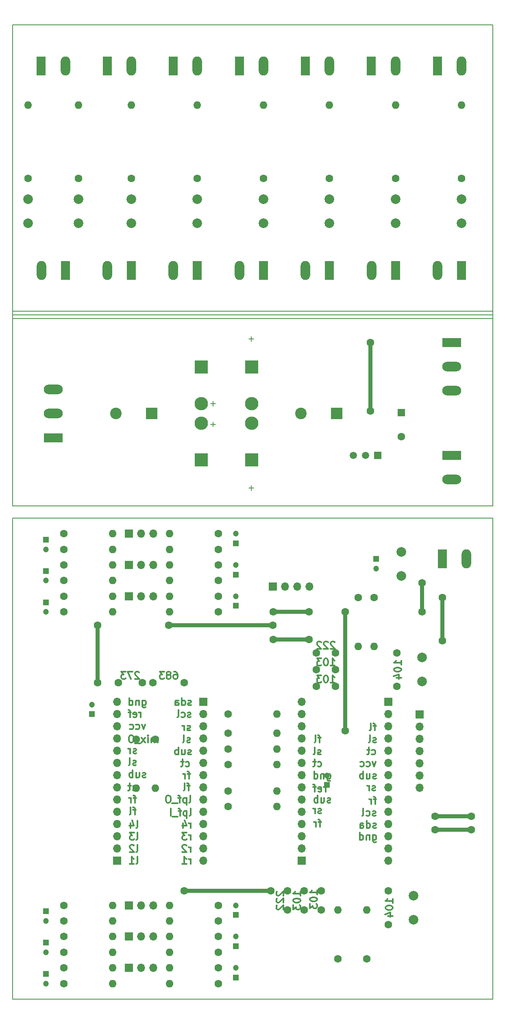
<source format=gbr>
%TF.GenerationSoftware,KiCad,Pcbnew,(6.0.9)*%
%TF.CreationDate,2022-12-30T20:19:07-03:00*%
%TF.ProjectId,Controller - Power Supply - Outputs,436f6e74-726f-46c6-9c65-72202d20506f,rev?*%
%TF.SameCoordinates,Original*%
%TF.FileFunction,Copper,L2,Bot*%
%TF.FilePolarity,Positive*%
%FSLAX46Y46*%
G04 Gerber Fmt 4.6, Leading zero omitted, Abs format (unit mm)*
G04 Created by KiCad (PCBNEW (6.0.9)) date 2022-12-30 20:19:07*
%MOMM*%
%LPD*%
G01*
G04 APERTURE LIST*
%TA.AperFunction,NonConductor*%
%ADD10C,0.200000*%
%TD*%
%ADD11C,0.300000*%
%TA.AperFunction,NonConductor*%
%ADD12C,0.300000*%
%TD*%
%TA.AperFunction,ComponentPad*%
%ADD13R,1.200000X1.200000*%
%TD*%
%TA.AperFunction,ComponentPad*%
%ADD14C,1.200000*%
%TD*%
%TA.AperFunction,ComponentPad*%
%ADD15R,1.600000X1.600000*%
%TD*%
%TA.AperFunction,ComponentPad*%
%ADD16C,1.600000*%
%TD*%
%TA.AperFunction,ComponentPad*%
%ADD17R,3.960000X1.980000*%
%TD*%
%TA.AperFunction,ComponentPad*%
%ADD18O,3.960000X1.980000*%
%TD*%
%TA.AperFunction,ComponentPad*%
%ADD19O,1.600000X1.600000*%
%TD*%
%TA.AperFunction,ComponentPad*%
%ADD20R,2.800000X2.800000*%
%TD*%
%TA.AperFunction,ComponentPad*%
%ADD21O,2.800000X2.800000*%
%TD*%
%TA.AperFunction,ComponentPad*%
%ADD22R,1.980000X3.960000*%
%TD*%
%TA.AperFunction,ComponentPad*%
%ADD23O,1.980000X3.960000*%
%TD*%
%TA.AperFunction,ComponentPad*%
%ADD24R,1.700000X1.700000*%
%TD*%
%TA.AperFunction,ComponentPad*%
%ADD25O,1.700000X1.700000*%
%TD*%
%TA.AperFunction,ComponentPad*%
%ADD26C,2.000000*%
%TD*%
%TA.AperFunction,ComponentPad*%
%ADD27R,1.500000X1.500000*%
%TD*%
%TA.AperFunction,ComponentPad*%
%ADD28C,1.500000*%
%TD*%
%TA.AperFunction,ComponentPad*%
%ADD29R,2.400000X2.400000*%
%TD*%
%TA.AperFunction,ComponentPad*%
%ADD30C,2.400000*%
%TD*%
%TA.AperFunction,ViaPad*%
%ADD31C,1.600000*%
%TD*%
%TA.AperFunction,Conductor*%
%ADD32C,0.850000*%
%TD*%
G04 APERTURE END LIST*
D10*
X105000000Y-128500000D02*
X105000000Y-127500000D01*
X155250000Y-91250000D02*
X55250000Y-91250000D01*
X97000000Y-111000000D02*
X97000000Y-110000000D01*
X105000000Y-97500000D02*
X105000000Y-96500000D01*
X97000000Y-115250000D02*
X97000000Y-114250000D01*
X155250000Y-92750000D02*
X55250000Y-92750000D01*
X96500000Y-114750000D02*
X97500000Y-114750000D01*
X55250000Y-134250000D02*
X155250000Y-134250000D01*
X155250000Y-134250000D02*
X155250000Y-234250000D01*
X155250000Y-234250000D02*
X55250000Y-234250000D01*
X55250000Y-234250000D02*
X55250000Y-134250000D01*
X104500000Y-97000000D02*
X105500000Y-97000000D01*
X155250000Y-92000000D02*
X55250000Y-92000000D01*
X96500000Y-110500000D02*
X97500000Y-110500000D01*
X55250000Y-31750000D02*
X155250000Y-31750000D01*
X155250000Y-31750000D02*
X155250000Y-131750000D01*
X155250000Y-131750000D02*
X55250000Y-131750000D01*
X55250000Y-131750000D02*
X55250000Y-31750000D01*
X104500000Y-128000000D02*
X105500000Y-128000000D01*
D11*
D12*
X81928571Y-175658571D02*
X81928571Y-174658571D01*
X81928571Y-174944285D02*
X81857142Y-174801428D01*
X81785714Y-174730000D01*
X81642857Y-174658571D01*
X81500000Y-174658571D01*
X80428571Y-175587142D02*
X80571428Y-175658571D01*
X80857142Y-175658571D01*
X81000000Y-175587142D01*
X81071428Y-175444285D01*
X81071428Y-174872857D01*
X81000000Y-174730000D01*
X80857142Y-174658571D01*
X80571428Y-174658571D01*
X80428571Y-174730000D01*
X80357142Y-174872857D01*
X80357142Y-175015714D01*
X81071428Y-175158571D01*
X79928571Y-174658571D02*
X79357142Y-174658571D01*
X79714285Y-175658571D02*
X79714285Y-174372857D01*
X79642857Y-174230000D01*
X79500000Y-174158571D01*
X79357142Y-174158571D01*
D11*
D12*
X85464285Y-180908571D02*
X85464285Y-179908571D01*
X85464285Y-180051428D02*
X85392857Y-179980000D01*
X85250000Y-179908571D01*
X85035714Y-179908571D01*
X84892857Y-179980000D01*
X84821428Y-180122857D01*
X84821428Y-180908571D01*
X84821428Y-180122857D02*
X84750000Y-179980000D01*
X84607142Y-179908571D01*
X84392857Y-179908571D01*
X84250000Y-179980000D01*
X84178571Y-180122857D01*
X84178571Y-180908571D01*
X83464285Y-180908571D02*
X83464285Y-179908571D01*
X83464285Y-179408571D02*
X83535714Y-179480000D01*
X83464285Y-179551428D01*
X83392857Y-179480000D01*
X83464285Y-179408571D01*
X83464285Y-179551428D01*
X82892857Y-180908571D02*
X82107142Y-179908571D01*
X82892857Y-179908571D02*
X82107142Y-180908571D01*
X81892857Y-181051428D02*
X80750000Y-181051428D01*
X80107142Y-179408571D02*
X79821428Y-179408571D01*
X79678571Y-179480000D01*
X79535714Y-179622857D01*
X79464285Y-179908571D01*
X79464285Y-180408571D01*
X79535714Y-180694285D01*
X79678571Y-180837142D01*
X79821428Y-180908571D01*
X80107142Y-180908571D01*
X80250000Y-180837142D01*
X80392857Y-180694285D01*
X80464285Y-180408571D01*
X80464285Y-179908571D01*
X80392857Y-179622857D01*
X80250000Y-179480000D01*
X80107142Y-179408571D01*
D11*
D12*
X92035714Y-193408571D02*
X92178571Y-193337142D01*
X92250000Y-193194285D01*
X92250000Y-191908571D01*
X91464285Y-192408571D02*
X91464285Y-193908571D01*
X91464285Y-192480000D02*
X91321428Y-192408571D01*
X91035714Y-192408571D01*
X90892857Y-192480000D01*
X90821428Y-192551428D01*
X90750000Y-192694285D01*
X90750000Y-193122857D01*
X90821428Y-193265714D01*
X90892857Y-193337142D01*
X91035714Y-193408571D01*
X91321428Y-193408571D01*
X91464285Y-193337142D01*
X90321428Y-192408571D02*
X89750000Y-192408571D01*
X90107142Y-193408571D02*
X90107142Y-192122857D01*
X90035714Y-191980000D01*
X89892857Y-191908571D01*
X89750000Y-191908571D01*
X89607142Y-193551428D02*
X88464285Y-193551428D01*
X87821428Y-191908571D02*
X87535714Y-191908571D01*
X87392857Y-191980000D01*
X87250000Y-192122857D01*
X87178571Y-192408571D01*
X87178571Y-192908571D01*
X87250000Y-193194285D01*
X87392857Y-193337142D01*
X87535714Y-193408571D01*
X87821428Y-193408571D01*
X87964285Y-193337142D01*
X88107142Y-193194285D01*
X88178571Y-192908571D01*
X88178571Y-192408571D01*
X88107142Y-192122857D01*
X87964285Y-191980000D01*
X87821428Y-191908571D01*
D11*
D12*
X130964285Y-180837142D02*
X130821428Y-180908571D01*
X130535714Y-180908571D01*
X130392857Y-180837142D01*
X130321428Y-180694285D01*
X130321428Y-180622857D01*
X130392857Y-180480000D01*
X130535714Y-180408571D01*
X130750000Y-180408571D01*
X130892857Y-180337142D01*
X130964285Y-180194285D01*
X130964285Y-180122857D01*
X130892857Y-179980000D01*
X130750000Y-179908571D01*
X130535714Y-179908571D01*
X130392857Y-179980000D01*
X129464285Y-180908571D02*
X129607142Y-180837142D01*
X129678571Y-180694285D01*
X129678571Y-179408571D01*
D11*
D12*
X115178571Y-212750000D02*
X115178571Y-211892857D01*
X115178571Y-212321428D02*
X113678571Y-212321428D01*
X113892857Y-212178571D01*
X114035714Y-212035714D01*
X114107142Y-211892857D01*
X113678571Y-213678571D02*
X113678571Y-213821428D01*
X113750000Y-213964285D01*
X113821428Y-214035714D01*
X113964285Y-214107142D01*
X114250000Y-214178571D01*
X114607142Y-214178571D01*
X114892857Y-214107142D01*
X115035714Y-214035714D01*
X115107142Y-213964285D01*
X115178571Y-213821428D01*
X115178571Y-213678571D01*
X115107142Y-213535714D01*
X115035714Y-213464285D01*
X114892857Y-213392857D01*
X114607142Y-213321428D01*
X114250000Y-213321428D01*
X113964285Y-213392857D01*
X113821428Y-213464285D01*
X113750000Y-213535714D01*
X113678571Y-213678571D01*
X113678571Y-214678571D02*
X113678571Y-215607142D01*
X114250000Y-215107142D01*
X114250000Y-215321428D01*
X114321428Y-215464285D01*
X114392857Y-215535714D01*
X114535714Y-215607142D01*
X114892857Y-215607142D01*
X115035714Y-215535714D01*
X115107142Y-215464285D01*
X115178571Y-215321428D01*
X115178571Y-214892857D01*
X115107142Y-214750000D01*
X115035714Y-214678571D01*
D11*
D12*
X131000000Y-192658571D02*
X130428571Y-192658571D01*
X130785714Y-193658571D02*
X130785714Y-192372857D01*
X130714285Y-192230000D01*
X130571428Y-192158571D01*
X130428571Y-192158571D01*
X129928571Y-193658571D02*
X129928571Y-192658571D01*
X129928571Y-192944285D02*
X129857142Y-192801428D01*
X129785714Y-192730000D01*
X129642857Y-192658571D01*
X129500000Y-192658571D01*
D11*
D12*
X92214285Y-180837142D02*
X92071428Y-180908571D01*
X91785714Y-180908571D01*
X91642857Y-180837142D01*
X91571428Y-180694285D01*
X91571428Y-180622857D01*
X91642857Y-180480000D01*
X91785714Y-180408571D01*
X92000000Y-180408571D01*
X92142857Y-180337142D01*
X92214285Y-180194285D01*
X92214285Y-180122857D01*
X92142857Y-179980000D01*
X92000000Y-179908571D01*
X91785714Y-179908571D01*
X91642857Y-179980000D01*
X90714285Y-180908571D02*
X90857142Y-180837142D01*
X90928571Y-180694285D01*
X90928571Y-179408571D01*
D11*
D12*
X81035714Y-183087142D02*
X80892857Y-183158571D01*
X80607142Y-183158571D01*
X80464285Y-183087142D01*
X80392857Y-182944285D01*
X80392857Y-182872857D01*
X80464285Y-182730000D01*
X80607142Y-182658571D01*
X80821428Y-182658571D01*
X80964285Y-182587142D01*
X81035714Y-182444285D01*
X81035714Y-182372857D01*
X80964285Y-182230000D01*
X80821428Y-182158571D01*
X80607142Y-182158571D01*
X80464285Y-182230000D01*
X79750000Y-183158571D02*
X79750000Y-182158571D01*
X79750000Y-182444285D02*
X79678571Y-182301428D01*
X79607142Y-182230000D01*
X79464285Y-182158571D01*
X79321428Y-182158571D01*
D11*
D12*
X130892857Y-184908571D02*
X130535714Y-185908571D01*
X130178571Y-184908571D01*
X128964285Y-185837142D02*
X129107142Y-185908571D01*
X129392857Y-185908571D01*
X129535714Y-185837142D01*
X129607142Y-185765714D01*
X129678571Y-185622857D01*
X129678571Y-185194285D01*
X129607142Y-185051428D01*
X129535714Y-184980000D01*
X129392857Y-184908571D01*
X129107142Y-184908571D01*
X128964285Y-184980000D01*
X127678571Y-185837142D02*
X127821428Y-185908571D01*
X128107142Y-185908571D01*
X128250000Y-185837142D01*
X128321428Y-185765714D01*
X128392857Y-185622857D01*
X128392857Y-185194285D01*
X128321428Y-185051428D01*
X128250000Y-184980000D01*
X128107142Y-184908571D01*
X127821428Y-184908571D01*
X127678571Y-184980000D01*
D11*
D12*
X92107142Y-196158571D02*
X92250000Y-196087142D01*
X92321428Y-195944285D01*
X92321428Y-194658571D01*
X91535714Y-195158571D02*
X91535714Y-196658571D01*
X91535714Y-195230000D02*
X91392857Y-195158571D01*
X91107142Y-195158571D01*
X90964285Y-195230000D01*
X90892857Y-195301428D01*
X90821428Y-195444285D01*
X90821428Y-195872857D01*
X90892857Y-196015714D01*
X90964285Y-196087142D01*
X91107142Y-196158571D01*
X91392857Y-196158571D01*
X91535714Y-196087142D01*
X90392857Y-195158571D02*
X89821428Y-195158571D01*
X90178571Y-196158571D02*
X90178571Y-194872857D01*
X90107142Y-194730000D01*
X89964285Y-194658571D01*
X89821428Y-194658571D01*
X89678571Y-196301428D02*
X88535714Y-196301428D01*
X88178571Y-196158571D02*
X88178571Y-194658571D01*
D11*
D12*
X92321428Y-206158571D02*
X92321428Y-205158571D01*
X92321428Y-205444285D02*
X92250000Y-205301428D01*
X92178571Y-205230000D01*
X92035714Y-205158571D01*
X91892857Y-205158571D01*
X90607142Y-206158571D02*
X91464285Y-206158571D01*
X91035714Y-206158571D02*
X91035714Y-204658571D01*
X91178571Y-204872857D01*
X91321428Y-205015714D01*
X91464285Y-205087142D01*
D11*
D12*
X119535714Y-195587142D02*
X119392857Y-195658571D01*
X119107142Y-195658571D01*
X118964285Y-195587142D01*
X118892857Y-195444285D01*
X118892857Y-195372857D01*
X118964285Y-195230000D01*
X119107142Y-195158571D01*
X119321428Y-195158571D01*
X119464285Y-195087142D01*
X119535714Y-194944285D01*
X119535714Y-194872857D01*
X119464285Y-194730000D01*
X119321428Y-194658571D01*
X119107142Y-194658571D01*
X118964285Y-194730000D01*
X118250000Y-195658571D02*
X118250000Y-194658571D01*
X118250000Y-194944285D02*
X118178571Y-194801428D01*
X118107142Y-194730000D01*
X117964285Y-194658571D01*
X117821428Y-194658571D01*
D11*
D12*
X80321428Y-190837142D02*
X80464285Y-190908571D01*
X80750000Y-190908571D01*
X80892857Y-190837142D01*
X80964285Y-190765714D01*
X81035714Y-190622857D01*
X81035714Y-190194285D01*
X80964285Y-190051428D01*
X80892857Y-189980000D01*
X80750000Y-189908571D01*
X80464285Y-189908571D01*
X80321428Y-189980000D01*
X79892857Y-189908571D02*
X79321428Y-189908571D01*
X79678571Y-189408571D02*
X79678571Y-190694285D01*
X79607142Y-190837142D01*
X79464285Y-190908571D01*
X79321428Y-190908571D01*
D11*
D12*
X118821428Y-185837142D02*
X118964285Y-185908571D01*
X119250000Y-185908571D01*
X119392857Y-185837142D01*
X119464285Y-185765714D01*
X119535714Y-185622857D01*
X119535714Y-185194285D01*
X119464285Y-185051428D01*
X119392857Y-184980000D01*
X119250000Y-184908571D01*
X118964285Y-184908571D01*
X118821428Y-184980000D01*
X118392857Y-184908571D02*
X117821428Y-184908571D01*
X118178571Y-184408571D02*
X118178571Y-185694285D01*
X118107142Y-185837142D01*
X117964285Y-185908571D01*
X117821428Y-185908571D01*
D11*
D12*
X81035714Y-203658571D02*
X81178571Y-203587142D01*
X81250000Y-203444285D01*
X81250000Y-202158571D01*
X80535714Y-202301428D02*
X80464285Y-202230000D01*
X80321428Y-202158571D01*
X79964285Y-202158571D01*
X79821428Y-202230000D01*
X79750000Y-202301428D01*
X79678571Y-202444285D01*
X79678571Y-202587142D01*
X79750000Y-202801428D01*
X80607142Y-203658571D01*
X79678571Y-203658571D01*
D11*
D12*
X92321428Y-203658571D02*
X92321428Y-202658571D01*
X92321428Y-202944285D02*
X92250000Y-202801428D01*
X92178571Y-202730000D01*
X92035714Y-202658571D01*
X91892857Y-202658571D01*
X91464285Y-202301428D02*
X91392857Y-202230000D01*
X91250000Y-202158571D01*
X90892857Y-202158571D01*
X90750000Y-202230000D01*
X90678571Y-202301428D01*
X90607142Y-202444285D01*
X90607142Y-202587142D01*
X90678571Y-202801428D01*
X91535714Y-203658571D01*
X90607142Y-203658571D01*
D11*
D12*
X130071428Y-183337142D02*
X130214285Y-183408571D01*
X130500000Y-183408571D01*
X130642857Y-183337142D01*
X130714285Y-183265714D01*
X130785714Y-183122857D01*
X130785714Y-182694285D01*
X130714285Y-182551428D01*
X130642857Y-182480000D01*
X130500000Y-182408571D01*
X130214285Y-182408571D01*
X130071428Y-182480000D01*
X129642857Y-182408571D02*
X129071428Y-182408571D01*
X129428571Y-181908571D02*
X129428571Y-183194285D01*
X129357142Y-183337142D01*
X129214285Y-183408571D01*
X129071428Y-183408571D01*
D11*
D12*
X88892857Y-166178571D02*
X89178571Y-166178571D01*
X89321428Y-166250000D01*
X89392857Y-166321428D01*
X89535714Y-166535714D01*
X89607142Y-166821428D01*
X89607142Y-167392857D01*
X89535714Y-167535714D01*
X89464285Y-167607142D01*
X89321428Y-167678571D01*
X89035714Y-167678571D01*
X88892857Y-167607142D01*
X88821428Y-167535714D01*
X88750000Y-167392857D01*
X88750000Y-167035714D01*
X88821428Y-166892857D01*
X88892857Y-166821428D01*
X89035714Y-166750000D01*
X89321428Y-166750000D01*
X89464285Y-166821428D01*
X89535714Y-166892857D01*
X89607142Y-167035714D01*
X87892857Y-166821428D02*
X88035714Y-166750000D01*
X88107142Y-166678571D01*
X88178571Y-166535714D01*
X88178571Y-166464285D01*
X88107142Y-166321428D01*
X88035714Y-166250000D01*
X87892857Y-166178571D01*
X87607142Y-166178571D01*
X87464285Y-166250000D01*
X87392857Y-166321428D01*
X87321428Y-166464285D01*
X87321428Y-166535714D01*
X87392857Y-166678571D01*
X87464285Y-166750000D01*
X87607142Y-166821428D01*
X87892857Y-166821428D01*
X88035714Y-166892857D01*
X88107142Y-166964285D01*
X88178571Y-167107142D01*
X88178571Y-167392857D01*
X88107142Y-167535714D01*
X88035714Y-167607142D01*
X87892857Y-167678571D01*
X87607142Y-167678571D01*
X87464285Y-167607142D01*
X87392857Y-167535714D01*
X87321428Y-167392857D01*
X87321428Y-167107142D01*
X87392857Y-166964285D01*
X87464285Y-166892857D01*
X87607142Y-166821428D01*
X86821428Y-166178571D02*
X85892857Y-166178571D01*
X86392857Y-166750000D01*
X86178571Y-166750000D01*
X86035714Y-166821428D01*
X85964285Y-166892857D01*
X85892857Y-167035714D01*
X85892857Y-167392857D01*
X85964285Y-167535714D01*
X86035714Y-167607142D01*
X86178571Y-167678571D01*
X86607142Y-167678571D01*
X86750000Y-167607142D01*
X86821428Y-167535714D01*
D11*
D12*
X82928571Y-188087142D02*
X82785714Y-188158571D01*
X82500000Y-188158571D01*
X82357142Y-188087142D01*
X82285714Y-187944285D01*
X82285714Y-187872857D01*
X82357142Y-187730000D01*
X82500000Y-187658571D01*
X82714285Y-187658571D01*
X82857142Y-187587142D01*
X82928571Y-187444285D01*
X82928571Y-187372857D01*
X82857142Y-187230000D01*
X82714285Y-187158571D01*
X82500000Y-187158571D01*
X82357142Y-187230000D01*
X81000000Y-187158571D02*
X81000000Y-188158571D01*
X81642857Y-187158571D02*
X81642857Y-187944285D01*
X81571428Y-188087142D01*
X81428571Y-188158571D01*
X81214285Y-188158571D01*
X81071428Y-188087142D01*
X81000000Y-188015714D01*
X80285714Y-188158571D02*
X80285714Y-186658571D01*
X80285714Y-187230000D02*
X80142857Y-187158571D01*
X79857142Y-187158571D01*
X79714285Y-187230000D01*
X79642857Y-187301428D01*
X79571428Y-187444285D01*
X79571428Y-187872857D01*
X79642857Y-188015714D01*
X79714285Y-188087142D01*
X79857142Y-188158571D01*
X80142857Y-188158571D01*
X80285714Y-188087142D01*
D11*
D12*
X130285714Y-200158571D02*
X130285714Y-201372857D01*
X130357142Y-201515714D01*
X130428571Y-201587142D01*
X130571428Y-201658571D01*
X130785714Y-201658571D01*
X130928571Y-201587142D01*
X130285714Y-201087142D02*
X130428571Y-201158571D01*
X130714285Y-201158571D01*
X130857142Y-201087142D01*
X130928571Y-201015714D01*
X131000000Y-200872857D01*
X131000000Y-200444285D01*
X130928571Y-200301428D01*
X130857142Y-200230000D01*
X130714285Y-200158571D01*
X130428571Y-200158571D01*
X130285714Y-200230000D01*
X129571428Y-200158571D02*
X129571428Y-201158571D01*
X129571428Y-200301428D02*
X129500000Y-200230000D01*
X129357142Y-200158571D01*
X129142857Y-200158571D01*
X129000000Y-200230000D01*
X128928571Y-200372857D01*
X128928571Y-201158571D01*
X127571428Y-201158571D02*
X127571428Y-199658571D01*
X127571428Y-201087142D02*
X127714285Y-201158571D01*
X128000000Y-201158571D01*
X128142857Y-201087142D01*
X128214285Y-201015714D01*
X128285714Y-200872857D01*
X128285714Y-200444285D01*
X128214285Y-200301428D01*
X128142857Y-200230000D01*
X128000000Y-200158571D01*
X127714285Y-200158571D01*
X127571428Y-200230000D01*
D11*
D12*
X81607142Y-166321428D02*
X81535714Y-166250000D01*
X81392857Y-166178571D01*
X81035714Y-166178571D01*
X80892857Y-166250000D01*
X80821428Y-166321428D01*
X80750000Y-166464285D01*
X80750000Y-166607142D01*
X80821428Y-166821428D01*
X81678571Y-167678571D01*
X80750000Y-167678571D01*
X80250000Y-166178571D02*
X79250000Y-166178571D01*
X79892857Y-167678571D01*
X78821428Y-166178571D02*
X77892857Y-166178571D01*
X78392857Y-166750000D01*
X78178571Y-166750000D01*
X78035714Y-166821428D01*
X77964285Y-166892857D01*
X77892857Y-167035714D01*
X77892857Y-167392857D01*
X77964285Y-167535714D01*
X78035714Y-167607142D01*
X78178571Y-167678571D01*
X78607142Y-167678571D01*
X78750000Y-167607142D01*
X78821428Y-167535714D01*
D11*
D12*
X119500000Y-197408571D02*
X118928571Y-197408571D01*
X119285714Y-198408571D02*
X119285714Y-197122857D01*
X119214285Y-196980000D01*
X119071428Y-196908571D01*
X118928571Y-196908571D01*
X118428571Y-198408571D02*
X118428571Y-197408571D01*
X118428571Y-197694285D02*
X118357142Y-197551428D01*
X118285714Y-197480000D01*
X118142857Y-197408571D01*
X118000000Y-197408571D01*
D11*
D12*
X119464285Y-183337142D02*
X119321428Y-183408571D01*
X119035714Y-183408571D01*
X118892857Y-183337142D01*
X118821428Y-183194285D01*
X118821428Y-183122857D01*
X118892857Y-182980000D01*
X119035714Y-182908571D01*
X119250000Y-182908571D01*
X119392857Y-182837142D01*
X119464285Y-182694285D01*
X119464285Y-182622857D01*
X119392857Y-182480000D01*
X119250000Y-182408571D01*
X119035714Y-182408571D01*
X118892857Y-182480000D01*
X117964285Y-183408571D02*
X118107142Y-183337142D01*
X118178571Y-183194285D01*
X118178571Y-181908571D01*
D11*
D12*
X92321428Y-201158571D02*
X92321428Y-200158571D01*
X92321428Y-200444285D02*
X92250000Y-200301428D01*
X92178571Y-200230000D01*
X92035714Y-200158571D01*
X91892857Y-200158571D01*
X91535714Y-199658571D02*
X90607142Y-199658571D01*
X91107142Y-200230000D01*
X90892857Y-200230000D01*
X90750000Y-200301428D01*
X90678571Y-200372857D01*
X90607142Y-200515714D01*
X90607142Y-200872857D01*
X90678571Y-201015714D01*
X90750000Y-201087142D01*
X90892857Y-201158571D01*
X91321428Y-201158571D01*
X91464285Y-201087142D01*
X91535714Y-201015714D01*
D11*
D12*
X110321428Y-211892857D02*
X110250000Y-211964285D01*
X110178571Y-212107142D01*
X110178571Y-212464285D01*
X110250000Y-212607142D01*
X110321428Y-212678571D01*
X110464285Y-212750000D01*
X110607142Y-212750000D01*
X110821428Y-212678571D01*
X111678571Y-211821428D01*
X111678571Y-212750000D01*
X110321428Y-213321428D02*
X110250000Y-213392857D01*
X110178571Y-213535714D01*
X110178571Y-213892857D01*
X110250000Y-214035714D01*
X110321428Y-214107142D01*
X110464285Y-214178571D01*
X110607142Y-214178571D01*
X110821428Y-214107142D01*
X111678571Y-213250000D01*
X111678571Y-214178571D01*
X110321428Y-214750000D02*
X110250000Y-214821428D01*
X110178571Y-214964285D01*
X110178571Y-215321428D01*
X110250000Y-215464285D01*
X110321428Y-215535714D01*
X110464285Y-215607142D01*
X110607142Y-215607142D01*
X110821428Y-215535714D01*
X111678571Y-214678571D01*
X111678571Y-215607142D01*
D11*
D12*
X120785714Y-187408571D02*
X120785714Y-188622857D01*
X120857142Y-188765714D01*
X120928571Y-188837142D01*
X121071428Y-188908571D01*
X121285714Y-188908571D01*
X121428571Y-188837142D01*
X120785714Y-188337142D02*
X120928571Y-188408571D01*
X121214285Y-188408571D01*
X121357142Y-188337142D01*
X121428571Y-188265714D01*
X121500000Y-188122857D01*
X121500000Y-187694285D01*
X121428571Y-187551428D01*
X121357142Y-187480000D01*
X121214285Y-187408571D01*
X120928571Y-187408571D01*
X120785714Y-187480000D01*
X120071428Y-187408571D02*
X120071428Y-188408571D01*
X120071428Y-187551428D02*
X120000000Y-187480000D01*
X119857142Y-187408571D01*
X119642857Y-187408571D01*
X119500000Y-187480000D01*
X119428571Y-187622857D01*
X119428571Y-188408571D01*
X118071428Y-188408571D02*
X118071428Y-186908571D01*
X118071428Y-188337142D02*
X118214285Y-188408571D01*
X118500000Y-188408571D01*
X118642857Y-188337142D01*
X118714285Y-188265714D01*
X118785714Y-188122857D01*
X118785714Y-187694285D01*
X118714285Y-187551428D01*
X118642857Y-187480000D01*
X118500000Y-187408571D01*
X118214285Y-187408571D01*
X118071428Y-187480000D01*
D11*
D12*
X130785714Y-190837142D02*
X130642857Y-190908571D01*
X130357142Y-190908571D01*
X130214285Y-190837142D01*
X130142857Y-190694285D01*
X130142857Y-190622857D01*
X130214285Y-190480000D01*
X130357142Y-190408571D01*
X130571428Y-190408571D01*
X130714285Y-190337142D01*
X130785714Y-190194285D01*
X130785714Y-190122857D01*
X130714285Y-189980000D01*
X130571428Y-189908571D01*
X130357142Y-189908571D01*
X130214285Y-189980000D01*
X129500000Y-190908571D02*
X129500000Y-189908571D01*
X129500000Y-190194285D02*
X129428571Y-190051428D01*
X129357142Y-189980000D01*
X129214285Y-189908571D01*
X129071428Y-189908571D01*
D11*
D12*
X81000000Y-192408571D02*
X80428571Y-192408571D01*
X80785714Y-193408571D02*
X80785714Y-192122857D01*
X80714285Y-191980000D01*
X80571428Y-191908571D01*
X80428571Y-191908571D01*
X79928571Y-193408571D02*
X79928571Y-192408571D01*
X79928571Y-192694285D02*
X79857142Y-192551428D01*
X79785714Y-192480000D01*
X79642857Y-192408571D01*
X79500000Y-192408571D01*
D11*
D12*
X130928571Y-177408571D02*
X130357142Y-177408571D01*
X130714285Y-178408571D02*
X130714285Y-177122857D01*
X130642857Y-176980000D01*
X130500000Y-176908571D01*
X130357142Y-176908571D01*
X129642857Y-178408571D02*
X129785714Y-178337142D01*
X129857142Y-178194285D01*
X129857142Y-176908571D01*
D11*
D12*
X92321428Y-198658571D02*
X92321428Y-197658571D01*
X92321428Y-197944285D02*
X92250000Y-197801428D01*
X92178571Y-197730000D01*
X92035714Y-197658571D01*
X91892857Y-197658571D01*
X90750000Y-197658571D02*
X90750000Y-198658571D01*
X91107142Y-197087142D02*
X91464285Y-198158571D01*
X90535714Y-198158571D01*
D11*
D12*
X81035714Y-206158571D02*
X81178571Y-206087142D01*
X81250000Y-205944285D01*
X81250000Y-204658571D01*
X79678571Y-206158571D02*
X80535714Y-206158571D01*
X80107142Y-206158571D02*
X80107142Y-204658571D01*
X80250000Y-204872857D01*
X80392857Y-205015714D01*
X80535714Y-205087142D01*
D11*
D12*
X82892857Y-177158571D02*
X82535714Y-178158571D01*
X82178571Y-177158571D01*
X80964285Y-178087142D02*
X81107142Y-178158571D01*
X81392857Y-178158571D01*
X81535714Y-178087142D01*
X81607142Y-178015714D01*
X81678571Y-177872857D01*
X81678571Y-177444285D01*
X81607142Y-177301428D01*
X81535714Y-177230000D01*
X81392857Y-177158571D01*
X81107142Y-177158571D01*
X80964285Y-177230000D01*
X79678571Y-178087142D02*
X79821428Y-178158571D01*
X80107142Y-178158571D01*
X80250000Y-178087142D01*
X80321428Y-178015714D01*
X80392857Y-177872857D01*
X80392857Y-177444285D01*
X80321428Y-177301428D01*
X80250000Y-177230000D01*
X80107142Y-177158571D01*
X79821428Y-177158571D01*
X79678571Y-177230000D01*
D11*
D12*
X136178571Y-164750000D02*
X136178571Y-163892857D01*
X136178571Y-164321428D02*
X134678571Y-164321428D01*
X134892857Y-164178571D01*
X135035714Y-164035714D01*
X135107142Y-163892857D01*
X134678571Y-165678571D02*
X134678571Y-165821428D01*
X134750000Y-165964285D01*
X134821428Y-166035714D01*
X134964285Y-166107142D01*
X135250000Y-166178571D01*
X135607142Y-166178571D01*
X135892857Y-166107142D01*
X136035714Y-166035714D01*
X136107142Y-165964285D01*
X136178571Y-165821428D01*
X136178571Y-165678571D01*
X136107142Y-165535714D01*
X136035714Y-165464285D01*
X135892857Y-165392857D01*
X135607142Y-165321428D01*
X135250000Y-165321428D01*
X134964285Y-165392857D01*
X134821428Y-165464285D01*
X134750000Y-165535714D01*
X134678571Y-165678571D01*
X135178571Y-167464285D02*
X136178571Y-167464285D01*
X134607142Y-167107142D02*
X135678571Y-166750000D01*
X135678571Y-167678571D01*
D11*
D12*
X92178571Y-189908571D02*
X91607142Y-189908571D01*
X91964285Y-190908571D02*
X91964285Y-189622857D01*
X91892857Y-189480000D01*
X91750000Y-189408571D01*
X91607142Y-189408571D01*
X90892857Y-190908571D02*
X91035714Y-190837142D01*
X91107142Y-190694285D01*
X91107142Y-189408571D01*
D11*
D12*
X122357142Y-160071428D02*
X122285714Y-160000000D01*
X122142857Y-159928571D01*
X121785714Y-159928571D01*
X121642857Y-160000000D01*
X121571428Y-160071428D01*
X121500000Y-160214285D01*
X121500000Y-160357142D01*
X121571428Y-160571428D01*
X122428571Y-161428571D01*
X121500000Y-161428571D01*
X120928571Y-160071428D02*
X120857142Y-160000000D01*
X120714285Y-159928571D01*
X120357142Y-159928571D01*
X120214285Y-160000000D01*
X120142857Y-160071428D01*
X120071428Y-160214285D01*
X120071428Y-160357142D01*
X120142857Y-160571428D01*
X121000000Y-161428571D01*
X120071428Y-161428571D01*
X119500000Y-160071428D02*
X119428571Y-160000000D01*
X119285714Y-159928571D01*
X118928571Y-159928571D01*
X118785714Y-160000000D01*
X118714285Y-160071428D01*
X118642857Y-160214285D01*
X118642857Y-160357142D01*
X118714285Y-160571428D01*
X119571428Y-161428571D01*
X118642857Y-161428571D01*
D11*
D12*
X81035714Y-198658571D02*
X81178571Y-198587142D01*
X81250000Y-198444285D01*
X81250000Y-197158571D01*
X79821428Y-197658571D02*
X79821428Y-198658571D01*
X80178571Y-197087142D02*
X80535714Y-198158571D01*
X79607142Y-198158571D01*
D11*
D12*
X92285714Y-178337142D02*
X92142857Y-178408571D01*
X91857142Y-178408571D01*
X91714285Y-178337142D01*
X91642857Y-178194285D01*
X91642857Y-178122857D01*
X91714285Y-177980000D01*
X91857142Y-177908571D01*
X92071428Y-177908571D01*
X92214285Y-177837142D01*
X92285714Y-177694285D01*
X92285714Y-177622857D01*
X92214285Y-177480000D01*
X92071428Y-177408571D01*
X91857142Y-177408571D01*
X91714285Y-177480000D01*
X91000000Y-178408571D02*
X91000000Y-177408571D01*
X91000000Y-177694285D02*
X90928571Y-177551428D01*
X90857142Y-177480000D01*
X90714285Y-177408571D01*
X90571428Y-177408571D01*
D11*
D12*
X80964285Y-185587142D02*
X80821428Y-185658571D01*
X80535714Y-185658571D01*
X80392857Y-185587142D01*
X80321428Y-185444285D01*
X80321428Y-185372857D01*
X80392857Y-185230000D01*
X80535714Y-185158571D01*
X80750000Y-185158571D01*
X80892857Y-185087142D01*
X80964285Y-184944285D01*
X80964285Y-184872857D01*
X80892857Y-184730000D01*
X80750000Y-184658571D01*
X80535714Y-184658571D01*
X80392857Y-184730000D01*
X79464285Y-185658571D02*
X79607142Y-185587142D01*
X79678571Y-185444285D01*
X79678571Y-184158571D01*
D11*
D12*
X91321428Y-185837142D02*
X91464285Y-185908571D01*
X91750000Y-185908571D01*
X91892857Y-185837142D01*
X91964285Y-185765714D01*
X92035714Y-185622857D01*
X92035714Y-185194285D01*
X91964285Y-185051428D01*
X91892857Y-184980000D01*
X91750000Y-184908571D01*
X91464285Y-184908571D01*
X91321428Y-184980000D01*
X90892857Y-184908571D02*
X90321428Y-184908571D01*
X90678571Y-184408571D02*
X90678571Y-185694285D01*
X90607142Y-185837142D01*
X90464285Y-185908571D01*
X90321428Y-185908571D01*
D11*
D12*
X81035714Y-201158571D02*
X81178571Y-201087142D01*
X81250000Y-200944285D01*
X81250000Y-199658571D01*
X80607142Y-199658571D02*
X79678571Y-199658571D01*
X80178571Y-200230000D01*
X79964285Y-200230000D01*
X79821428Y-200301428D01*
X79750000Y-200372857D01*
X79678571Y-200515714D01*
X79678571Y-200872857D01*
X79750000Y-201015714D01*
X79821428Y-201087142D01*
X79964285Y-201158571D01*
X80392857Y-201158571D01*
X80535714Y-201087142D01*
X80607142Y-201015714D01*
D11*
D12*
X121500000Y-164928571D02*
X122357142Y-164928571D01*
X121928571Y-164928571D02*
X121928571Y-163428571D01*
X122071428Y-163642857D01*
X122214285Y-163785714D01*
X122357142Y-163857142D01*
X120571428Y-163428571D02*
X120428571Y-163428571D01*
X120285714Y-163500000D01*
X120214285Y-163571428D01*
X120142857Y-163714285D01*
X120071428Y-164000000D01*
X120071428Y-164357142D01*
X120142857Y-164642857D01*
X120214285Y-164785714D01*
X120285714Y-164857142D01*
X120428571Y-164928571D01*
X120571428Y-164928571D01*
X120714285Y-164857142D01*
X120785714Y-164785714D01*
X120857142Y-164642857D01*
X120928571Y-164357142D01*
X120928571Y-164000000D01*
X120857142Y-163714285D01*
X120785714Y-163571428D01*
X120714285Y-163500000D01*
X120571428Y-163428571D01*
X119571428Y-163428571D02*
X118642857Y-163428571D01*
X119142857Y-164000000D01*
X118928571Y-164000000D01*
X118785714Y-164071428D01*
X118714285Y-164142857D01*
X118642857Y-164285714D01*
X118642857Y-164642857D01*
X118714285Y-164785714D01*
X118785714Y-164857142D01*
X118928571Y-164928571D01*
X119357142Y-164928571D01*
X119500000Y-164857142D01*
X119571428Y-164785714D01*
D11*
D12*
X118678571Y-212500000D02*
X118678571Y-211642857D01*
X118678571Y-212071428D02*
X117178571Y-212071428D01*
X117392857Y-211928571D01*
X117535714Y-211785714D01*
X117607142Y-211642857D01*
X117178571Y-213428571D02*
X117178571Y-213571428D01*
X117250000Y-213714285D01*
X117321428Y-213785714D01*
X117464285Y-213857142D01*
X117750000Y-213928571D01*
X118107142Y-213928571D01*
X118392857Y-213857142D01*
X118535714Y-213785714D01*
X118607142Y-213714285D01*
X118678571Y-213571428D01*
X118678571Y-213428571D01*
X118607142Y-213285714D01*
X118535714Y-213214285D01*
X118392857Y-213142857D01*
X118107142Y-213071428D01*
X117750000Y-213071428D01*
X117464285Y-213142857D01*
X117321428Y-213214285D01*
X117250000Y-213285714D01*
X117178571Y-213428571D01*
X117178571Y-214428571D02*
X117178571Y-215357142D01*
X117750000Y-214857142D01*
X117750000Y-215071428D01*
X117821428Y-215214285D01*
X117892857Y-215285714D01*
X118035714Y-215357142D01*
X118392857Y-215357142D01*
X118535714Y-215285714D01*
X118607142Y-215214285D01*
X118678571Y-215071428D01*
X118678571Y-214642857D01*
X118607142Y-214500000D01*
X118535714Y-214428571D01*
D11*
D12*
X80928571Y-194908571D02*
X80357142Y-194908571D01*
X80714285Y-195908571D02*
X80714285Y-194622857D01*
X80642857Y-194480000D01*
X80500000Y-194408571D01*
X80357142Y-194408571D01*
X79642857Y-195908571D02*
X79785714Y-195837142D01*
X79857142Y-195694285D01*
X79857142Y-194408571D01*
D11*
D12*
X92428571Y-183337142D02*
X92285714Y-183408571D01*
X92000000Y-183408571D01*
X91857142Y-183337142D01*
X91785714Y-183194285D01*
X91785714Y-183122857D01*
X91857142Y-182980000D01*
X92000000Y-182908571D01*
X92214285Y-182908571D01*
X92357142Y-182837142D01*
X92428571Y-182694285D01*
X92428571Y-182622857D01*
X92357142Y-182480000D01*
X92214285Y-182408571D01*
X92000000Y-182408571D01*
X91857142Y-182480000D01*
X90500000Y-182408571D02*
X90500000Y-183408571D01*
X91142857Y-182408571D02*
X91142857Y-183194285D01*
X91071428Y-183337142D01*
X90928571Y-183408571D01*
X90714285Y-183408571D01*
X90571428Y-183337142D01*
X90500000Y-183265714D01*
X89785714Y-183408571D02*
X89785714Y-181908571D01*
X89785714Y-182480000D02*
X89642857Y-182408571D01*
X89357142Y-182408571D01*
X89214285Y-182480000D01*
X89142857Y-182551428D01*
X89071428Y-182694285D01*
X89071428Y-183122857D01*
X89142857Y-183265714D01*
X89214285Y-183337142D01*
X89357142Y-183408571D01*
X89642857Y-183408571D01*
X89785714Y-183337142D01*
D11*
D12*
X82285714Y-172158571D02*
X82285714Y-173372857D01*
X82357142Y-173515714D01*
X82428571Y-173587142D01*
X82571428Y-173658571D01*
X82785714Y-173658571D01*
X82928571Y-173587142D01*
X82285714Y-173087142D02*
X82428571Y-173158571D01*
X82714285Y-173158571D01*
X82857142Y-173087142D01*
X82928571Y-173015714D01*
X83000000Y-172872857D01*
X83000000Y-172444285D01*
X82928571Y-172301428D01*
X82857142Y-172230000D01*
X82714285Y-172158571D01*
X82428571Y-172158571D01*
X82285714Y-172230000D01*
X81571428Y-172158571D02*
X81571428Y-173158571D01*
X81571428Y-172301428D02*
X81500000Y-172230000D01*
X81357142Y-172158571D01*
X81142857Y-172158571D01*
X81000000Y-172230000D01*
X80928571Y-172372857D01*
X80928571Y-173158571D01*
X79571428Y-173158571D02*
X79571428Y-171658571D01*
X79571428Y-173087142D02*
X79714285Y-173158571D01*
X80000000Y-173158571D01*
X80142857Y-173087142D01*
X80214285Y-173015714D01*
X80285714Y-172872857D01*
X80285714Y-172444285D01*
X80214285Y-172301428D01*
X80142857Y-172230000D01*
X80000000Y-172158571D01*
X79714285Y-172158571D01*
X79571428Y-172230000D01*
D11*
D12*
X92428571Y-173087142D02*
X92285714Y-173158571D01*
X92000000Y-173158571D01*
X91857142Y-173087142D01*
X91785714Y-172944285D01*
X91785714Y-172872857D01*
X91857142Y-172730000D01*
X92000000Y-172658571D01*
X92214285Y-172658571D01*
X92357142Y-172587142D01*
X92428571Y-172444285D01*
X92428571Y-172372857D01*
X92357142Y-172230000D01*
X92214285Y-172158571D01*
X92000000Y-172158571D01*
X91857142Y-172230000D01*
X90500000Y-173158571D02*
X90500000Y-171658571D01*
X90500000Y-173087142D02*
X90642857Y-173158571D01*
X90928571Y-173158571D01*
X91071428Y-173087142D01*
X91142857Y-173015714D01*
X91214285Y-172872857D01*
X91214285Y-172444285D01*
X91142857Y-172301428D01*
X91071428Y-172230000D01*
X90928571Y-172158571D01*
X90642857Y-172158571D01*
X90500000Y-172230000D01*
X89142857Y-173158571D02*
X89142857Y-172372857D01*
X89214285Y-172230000D01*
X89357142Y-172158571D01*
X89642857Y-172158571D01*
X89785714Y-172230000D01*
X89142857Y-173087142D02*
X89285714Y-173158571D01*
X89642857Y-173158571D01*
X89785714Y-173087142D01*
X89857142Y-172944285D01*
X89857142Y-172801428D01*
X89785714Y-172658571D01*
X89642857Y-172587142D01*
X89285714Y-172587142D01*
X89142857Y-172515714D01*
D11*
D12*
X121428571Y-193337142D02*
X121285714Y-193408571D01*
X121000000Y-193408571D01*
X120857142Y-193337142D01*
X120785714Y-193194285D01*
X120785714Y-193122857D01*
X120857142Y-192980000D01*
X121000000Y-192908571D01*
X121214285Y-192908571D01*
X121357142Y-192837142D01*
X121428571Y-192694285D01*
X121428571Y-192622857D01*
X121357142Y-192480000D01*
X121214285Y-192408571D01*
X121000000Y-192408571D01*
X120857142Y-192480000D01*
X119500000Y-192408571D02*
X119500000Y-193408571D01*
X120142857Y-192408571D02*
X120142857Y-193194285D01*
X120071428Y-193337142D01*
X119928571Y-193408571D01*
X119714285Y-193408571D01*
X119571428Y-193337142D01*
X119500000Y-193265714D01*
X118785714Y-193408571D02*
X118785714Y-191908571D01*
X118785714Y-192480000D02*
X118642857Y-192408571D01*
X118357142Y-192408571D01*
X118214285Y-192480000D01*
X118142857Y-192551428D01*
X118071428Y-192694285D01*
X118071428Y-193122857D01*
X118142857Y-193265714D01*
X118214285Y-193337142D01*
X118357142Y-193408571D01*
X118642857Y-193408571D01*
X118785714Y-193337142D01*
D11*
D12*
X134428571Y-214250000D02*
X134428571Y-213392857D01*
X134428571Y-213821428D02*
X132928571Y-213821428D01*
X133142857Y-213678571D01*
X133285714Y-213535714D01*
X133357142Y-213392857D01*
X132928571Y-215178571D02*
X132928571Y-215321428D01*
X133000000Y-215464285D01*
X133071428Y-215535714D01*
X133214285Y-215607142D01*
X133500000Y-215678571D01*
X133857142Y-215678571D01*
X134142857Y-215607142D01*
X134285714Y-215535714D01*
X134357142Y-215464285D01*
X134428571Y-215321428D01*
X134428571Y-215178571D01*
X134357142Y-215035714D01*
X134285714Y-214964285D01*
X134142857Y-214892857D01*
X133857142Y-214821428D01*
X133500000Y-214821428D01*
X133214285Y-214892857D01*
X133071428Y-214964285D01*
X133000000Y-215035714D01*
X132928571Y-215178571D01*
X133428571Y-216964285D02*
X134428571Y-216964285D01*
X132857142Y-216607142D02*
X133928571Y-216250000D01*
X133928571Y-217178571D01*
D11*
D12*
X119428571Y-179908571D02*
X118857142Y-179908571D01*
X119214285Y-180908571D02*
X119214285Y-179622857D01*
X119142857Y-179480000D01*
X119000000Y-179408571D01*
X118857142Y-179408571D01*
X118142857Y-180908571D02*
X118285714Y-180837142D01*
X118357142Y-180694285D01*
X118357142Y-179408571D01*
D11*
D12*
X92250000Y-187408571D02*
X91678571Y-187408571D01*
X92035714Y-188408571D02*
X92035714Y-187122857D01*
X91964285Y-186980000D01*
X91821428Y-186908571D01*
X91678571Y-186908571D01*
X91178571Y-188408571D02*
X91178571Y-187408571D01*
X91178571Y-187694285D02*
X91107142Y-187551428D01*
X91035714Y-187480000D01*
X90892857Y-187408571D01*
X90750000Y-187408571D01*
D11*
D12*
X130857142Y-196087142D02*
X130714285Y-196158571D01*
X130428571Y-196158571D01*
X130285714Y-196087142D01*
X130214285Y-195944285D01*
X130214285Y-195872857D01*
X130285714Y-195730000D01*
X130428571Y-195658571D01*
X130642857Y-195658571D01*
X130785714Y-195587142D01*
X130857142Y-195444285D01*
X130857142Y-195372857D01*
X130785714Y-195230000D01*
X130642857Y-195158571D01*
X130428571Y-195158571D01*
X130285714Y-195230000D01*
X128928571Y-196087142D02*
X129071428Y-196158571D01*
X129357142Y-196158571D01*
X129500000Y-196087142D01*
X129571428Y-196015714D01*
X129642857Y-195872857D01*
X129642857Y-195444285D01*
X129571428Y-195301428D01*
X129500000Y-195230000D01*
X129357142Y-195158571D01*
X129071428Y-195158571D01*
X128928571Y-195230000D01*
X128071428Y-196158571D02*
X128214285Y-196087142D01*
X128285714Y-195944285D01*
X128285714Y-194658571D01*
D11*
D12*
X130928571Y-188337142D02*
X130785714Y-188408571D01*
X130500000Y-188408571D01*
X130357142Y-188337142D01*
X130285714Y-188194285D01*
X130285714Y-188122857D01*
X130357142Y-187980000D01*
X130500000Y-187908571D01*
X130714285Y-187908571D01*
X130857142Y-187837142D01*
X130928571Y-187694285D01*
X130928571Y-187622857D01*
X130857142Y-187480000D01*
X130714285Y-187408571D01*
X130500000Y-187408571D01*
X130357142Y-187480000D01*
X129000000Y-187408571D02*
X129000000Y-188408571D01*
X129642857Y-187408571D02*
X129642857Y-188194285D01*
X129571428Y-188337142D01*
X129428571Y-188408571D01*
X129214285Y-188408571D01*
X129071428Y-188337142D01*
X129000000Y-188265714D01*
X128285714Y-188408571D02*
X128285714Y-186908571D01*
X128285714Y-187480000D02*
X128142857Y-187408571D01*
X127857142Y-187408571D01*
X127714285Y-187480000D01*
X127642857Y-187551428D01*
X127571428Y-187694285D01*
X127571428Y-188122857D01*
X127642857Y-188265714D01*
X127714285Y-188337142D01*
X127857142Y-188408571D01*
X128142857Y-188408571D01*
X128285714Y-188337142D01*
D11*
D12*
X120428571Y-191158571D02*
X120428571Y-190158571D01*
X120428571Y-190444285D02*
X120357142Y-190301428D01*
X120285714Y-190230000D01*
X120142857Y-190158571D01*
X120000000Y-190158571D01*
X118928571Y-191087142D02*
X119071428Y-191158571D01*
X119357142Y-191158571D01*
X119500000Y-191087142D01*
X119571428Y-190944285D01*
X119571428Y-190372857D01*
X119500000Y-190230000D01*
X119357142Y-190158571D01*
X119071428Y-190158571D01*
X118928571Y-190230000D01*
X118857142Y-190372857D01*
X118857142Y-190515714D01*
X119571428Y-190658571D01*
X118428571Y-190158571D02*
X117857142Y-190158571D01*
X118214285Y-191158571D02*
X118214285Y-189872857D01*
X118142857Y-189730000D01*
X118000000Y-189658571D01*
X117857142Y-189658571D01*
D11*
D12*
X130928571Y-198587142D02*
X130785714Y-198658571D01*
X130500000Y-198658571D01*
X130357142Y-198587142D01*
X130285714Y-198444285D01*
X130285714Y-198372857D01*
X130357142Y-198230000D01*
X130500000Y-198158571D01*
X130714285Y-198158571D01*
X130857142Y-198087142D01*
X130928571Y-197944285D01*
X130928571Y-197872857D01*
X130857142Y-197730000D01*
X130714285Y-197658571D01*
X130500000Y-197658571D01*
X130357142Y-197730000D01*
X129000000Y-198658571D02*
X129000000Y-197158571D01*
X129000000Y-198587142D02*
X129142857Y-198658571D01*
X129428571Y-198658571D01*
X129571428Y-198587142D01*
X129642857Y-198515714D01*
X129714285Y-198372857D01*
X129714285Y-197944285D01*
X129642857Y-197801428D01*
X129571428Y-197730000D01*
X129428571Y-197658571D01*
X129142857Y-197658571D01*
X129000000Y-197730000D01*
X127642857Y-198658571D02*
X127642857Y-197872857D01*
X127714285Y-197730000D01*
X127857142Y-197658571D01*
X128142857Y-197658571D01*
X128285714Y-197730000D01*
X127642857Y-198587142D02*
X127785714Y-198658571D01*
X128142857Y-198658571D01*
X128285714Y-198587142D01*
X128357142Y-198444285D01*
X128357142Y-198301428D01*
X128285714Y-198158571D01*
X128142857Y-198087142D01*
X127785714Y-198087142D01*
X127642857Y-198015714D01*
D11*
D12*
X92357142Y-175587142D02*
X92214285Y-175658571D01*
X91928571Y-175658571D01*
X91785714Y-175587142D01*
X91714285Y-175444285D01*
X91714285Y-175372857D01*
X91785714Y-175230000D01*
X91928571Y-175158571D01*
X92142857Y-175158571D01*
X92285714Y-175087142D01*
X92357142Y-174944285D01*
X92357142Y-174872857D01*
X92285714Y-174730000D01*
X92142857Y-174658571D01*
X91928571Y-174658571D01*
X91785714Y-174730000D01*
X90428571Y-175587142D02*
X90571428Y-175658571D01*
X90857142Y-175658571D01*
X91000000Y-175587142D01*
X91071428Y-175515714D01*
X91142857Y-175372857D01*
X91142857Y-174944285D01*
X91071428Y-174801428D01*
X91000000Y-174730000D01*
X90857142Y-174658571D01*
X90571428Y-174658571D01*
X90428571Y-174730000D01*
X89571428Y-175658571D02*
X89714285Y-175587142D01*
X89785714Y-175444285D01*
X89785714Y-174158571D01*
D11*
D12*
X121500000Y-168428571D02*
X122357142Y-168428571D01*
X121928571Y-168428571D02*
X121928571Y-166928571D01*
X122071428Y-167142857D01*
X122214285Y-167285714D01*
X122357142Y-167357142D01*
X120571428Y-166928571D02*
X120428571Y-166928571D01*
X120285714Y-167000000D01*
X120214285Y-167071428D01*
X120142857Y-167214285D01*
X120071428Y-167500000D01*
X120071428Y-167857142D01*
X120142857Y-168142857D01*
X120214285Y-168285714D01*
X120285714Y-168357142D01*
X120428571Y-168428571D01*
X120571428Y-168428571D01*
X120714285Y-168357142D01*
X120785714Y-168285714D01*
X120857142Y-168142857D01*
X120928571Y-167857142D01*
X120928571Y-167500000D01*
X120857142Y-167214285D01*
X120785714Y-167071428D01*
X120714285Y-167000000D01*
X120571428Y-166928571D01*
X119571428Y-166928571D02*
X118642857Y-166928571D01*
X119142857Y-167500000D01*
X118928571Y-167500000D01*
X118785714Y-167571428D01*
X118714285Y-167642857D01*
X118642857Y-167785714D01*
X118642857Y-168142857D01*
X118714285Y-168285714D01*
X118785714Y-168357142D01*
X118928571Y-168428571D01*
X119357142Y-168428571D01*
X119500000Y-168357142D01*
X119571428Y-168285714D01*
D13*
%TO.P,REF\u002A\u002A,1*%
%TO.N,N/C*%
X120750000Y-189750000D03*
D14*
%TO.P,REF\u002A\u002A,2*%
X120750000Y-187750000D03*
%TD*%
D15*
%TO.P,REF\u002A\u002A,1*%
%TO.N,N/C*%
X136250000Y-112347349D03*
D16*
%TO.P,REF\u002A\u002A,2*%
X136250000Y-117347349D03*
%TD*%
D17*
%TO.P,REF\u002A\u002A,1*%
%TO.N,N/C*%
X146750000Y-121235000D03*
D18*
%TO.P,REF\u002A\u002A,2*%
X146750000Y-126235000D03*
%TD*%
D16*
%TO.P,REF\u002A\u002A,1*%
%TO.N,N/C*%
X98080000Y-214750000D03*
D19*
%TO.P,REF\u002A\u002A,2*%
X87920000Y-214750000D03*
%TD*%
D17*
%TO.P,REF\u002A\u002A,1*%
%TO.N,N/C*%
X63740000Y-117545000D03*
D18*
%TO.P,REF\u002A\u002A,2*%
X63740000Y-112545000D03*
%TO.P,REF\u002A\u002A,3*%
X63740000Y-107545000D03*
%TD*%
D16*
%TO.P,REF\u002A\u002A,1*%
%TO.N,N/C*%
X148750000Y-63620000D03*
D19*
%TO.P,REF\u002A\u002A,2*%
X148750000Y-48380000D03*
%TD*%
D20*
%TO.P,REF\u002A\u002A,1*%
%TO.N,N/C*%
X105012755Y-122125000D03*
D21*
%TO.P,REF\u002A\u002A,2*%
X105012755Y-114505000D03*
%TD*%
D13*
%TO.P,REF\u002A\u002A,1*%
%TO.N,N/C*%
X101750000Y-223250000D03*
D14*
%TO.P,REF\u002A\u002A,2*%
X101750000Y-221250000D03*
%TD*%
D16*
%TO.P,REF\u002A\u002A,1*%
%TO.N,N/C*%
X121250000Y-63620000D03*
D19*
%TO.P,REF\u002A\u002A,2*%
X121250000Y-48380000D03*
%TD*%
D22*
%TO.P,REF\u002A\u002A,1*%
%TO.N,N/C*%
X129985000Y-40250000D03*
D23*
%TO.P,REF\u002A\u002A,2*%
X134985000Y-40250000D03*
%TD*%
D22*
%TO.P,REF\u002A\u002A,1*%
%TO.N,N/C*%
X88735000Y-40250000D03*
D23*
%TO.P,REF\u002A\u002A,2*%
X93735000Y-40250000D03*
%TD*%
D16*
%TO.P,REF\u002A\u002A,1*%
%TO.N,N/C*%
X100170000Y-190980000D03*
D19*
%TO.P,REF\u002A\u002A,2*%
X110330000Y-190980000D03*
%TD*%
D16*
%TO.P,REF\u002A\u002A,1*%
%TO.N,N/C*%
X65920000Y-144000000D03*
D19*
%TO.P,REF\u002A\u002A,2*%
X76080000Y-144000000D03*
%TD*%
D24*
%TO.P,REF\u002A\u002A,1*%
%TO.N,N/C*%
X79475000Y-227750000D03*
D25*
%TO.P,REF\u002A\u002A,2*%
X82015000Y-227750000D03*
%TO.P,REF\u002A\u002A,3*%
X84555000Y-227750000D03*
%TD*%
D16*
%TO.P,REF\u002A\u002A,1*%
%TO.N,N/C*%
X98080000Y-137500000D03*
D19*
%TO.P,REF\u002A\u002A,2*%
X87920000Y-137500000D03*
%TD*%
D22*
%TO.P,REF\u002A\u002A,1*%
%TO.N,N/C*%
X148750000Y-82750000D03*
D23*
%TO.P,REF\u002A\u002A,2*%
X143750000Y-82750000D03*
%TD*%
D16*
%TO.P,REF\u002A\u002A,1*%
%TO.N,N/C*%
X98080000Y-144000000D03*
D19*
%TO.P,REF\u002A\u002A,2*%
X87920000Y-144000000D03*
%TD*%
D16*
%TO.P,REF\u002A\u002A,1*%
%TO.N,N/C*%
X98080000Y-231000000D03*
D19*
%TO.P,REF\u002A\u002A,2*%
X87920000Y-231000000D03*
%TD*%
D16*
%TO.P,REF\u002A\u002A,1*%
%TO.N,N/C*%
X100170000Y-174980000D03*
D19*
%TO.P,REF\u002A\u002A,2*%
X110330000Y-174980000D03*
%TD*%
D24*
%TO.P,REF\u002A\u002A,1*%
%TO.N,N/C*%
X140000000Y-175030000D03*
D25*
%TO.P,REF\u002A\u002A,2*%
X140000000Y-177570000D03*
%TO.P,REF\u002A\u002A,3*%
X140000000Y-180110000D03*
%TO.P,REF\u002A\u002A,4*%
X140000000Y-182650000D03*
%TO.P,REF\u002A\u002A,5*%
X140000000Y-185190000D03*
%TO.P,REF\u002A\u002A,6*%
X140000000Y-187730000D03*
%TO.P,REF\u002A\u002A,7*%
X140000000Y-190270000D03*
%TD*%
D16*
%TO.P,REF\u002A\u002A,1*%
%TO.N,N/C*%
X65920000Y-150500000D03*
D19*
%TO.P,REF\u002A\u002A,2*%
X76080000Y-150500000D03*
%TD*%
D16*
%TO.P,REF\u002A\u002A,1*%
%TO.N,N/C*%
X81000000Y-180230000D03*
D19*
%TO.P,REF\u002A\u002A,2*%
X81000000Y-190390000D03*
%TD*%
D22*
%TO.P,REF\u002A\u002A,1*%
%TO.N,N/C*%
X116235000Y-40250000D03*
D23*
%TO.P,REF\u002A\u002A,2*%
X121235000Y-40250000D03*
%TD*%
D22*
%TO.P,REF\u002A\u002A,1*%
%TO.N,N/C*%
X102485000Y-40250000D03*
D23*
%TO.P,REF\u002A\u002A,2*%
X107485000Y-40250000D03*
%TD*%
D26*
%TO.P,REF\u002A\u002A,1*%
%TO.N,N/C*%
X121250000Y-73000000D03*
%TO.P,REF\u002A\u002A,2*%
X121250000Y-68000000D03*
%TD*%
D13*
%TO.P,REF\u002A\u002A,1*%
%TO.N,N/C*%
X62250000Y-229000000D03*
D14*
%TO.P,REF\u002A\u002A,2*%
X62250000Y-231000000D03*
%TD*%
D16*
%TO.P,REF\u002A\u002A,1*%
%TO.N,N/C*%
X100170000Y-178980000D03*
D19*
%TO.P,REF\u002A\u002A,2*%
X110330000Y-178980000D03*
%TD*%
D16*
%TO.P,REF\u002A\u002A,1*%
%TO.N,N/C*%
X100170000Y-194230000D03*
D19*
%TO.P,REF\u002A\u002A,2*%
X110330000Y-194230000D03*
%TD*%
D13*
%TO.P,REF\u002A\u002A,1*%
%TO.N,N/C*%
X101750000Y-146000000D03*
D14*
%TO.P,REF\u002A\u002A,2*%
X101750000Y-144000000D03*
%TD*%
D26*
%TO.P,REF\u002A\u002A,1*%
%TO.N,N/C*%
X148750000Y-73000000D03*
%TO.P,REF\u002A\u002A,2*%
X148750000Y-68000000D03*
%TD*%
D22*
%TO.P,REF\u002A\u002A,1*%
%TO.N,N/C*%
X61235000Y-40250000D03*
D23*
%TO.P,REF\u002A\u002A,2*%
X66235000Y-40250000D03*
%TD*%
D22*
%TO.P,REF\u002A\u002A,1*%
%TO.N,N/C*%
X121250000Y-82750000D03*
D23*
%TO.P,REF\u002A\u002A,2*%
X116250000Y-82750000D03*
%TD*%
D22*
%TO.P,REF\u002A\u002A,1*%
%TO.N,N/C*%
X107500000Y-82750000D03*
D23*
%TO.P,REF\u002A\u002A,2*%
X102500000Y-82750000D03*
%TD*%
D13*
%TO.P,REF\u002A\u002A,1*%
%TO.N,N/C*%
X62250000Y-145250000D03*
D14*
%TO.P,REF\u002A\u002A,2*%
X62250000Y-147250000D03*
%TD*%
D16*
%TO.P,REF\u002A\u002A,1*%
%TO.N,N/C*%
X135000000Y-63620000D03*
D19*
%TO.P,REF\u002A\u002A,2*%
X135000000Y-48380000D03*
%TD*%
D20*
%TO.P,REF\u002A\u002A,1*%
%TO.N,N/C*%
X94512755Y-102870000D03*
D21*
%TO.P,REF\u002A\u002A,2*%
X94512755Y-110490000D03*
%TD*%
D16*
%TO.P,REF\u002A\u002A,1*%
%TO.N,N/C*%
X98080000Y-153750000D03*
D19*
%TO.P,REF\u002A\u002A,2*%
X87920000Y-153750000D03*
%TD*%
D13*
%TO.P,REF\u002A\u002A,1*%
%TO.N,N/C*%
X101750000Y-152500000D03*
D14*
%TO.P,REF\u002A\u002A,2*%
X101750000Y-150500000D03*
%TD*%
D22*
%TO.P,REF\u002A\u002A,1*%
%TO.N,N/C*%
X93750000Y-82750000D03*
D23*
%TO.P,REF\u002A\u002A,2*%
X88750000Y-82750000D03*
%TD*%
D26*
%TO.P,REF\u002A\u002A,1*%
%TO.N,N/C*%
X69000000Y-73000000D03*
%TO.P,REF\u002A\u002A,2*%
X69000000Y-68000000D03*
%TD*%
%TO.P,REF\u002A\u002A,1*%
%TO.N,N/C*%
X93750000Y-73000000D03*
%TO.P,REF\u002A\u002A,2*%
X93750000Y-68000000D03*
%TD*%
D16*
%TO.P,REF\u002A\u002A,1*%
%TO.N,N/C*%
X107500000Y-63620000D03*
D19*
%TO.P,REF\u002A\u002A,2*%
X107500000Y-48380000D03*
%TD*%
D16*
%TO.P,REF\u002A\u002A,1*%
%TO.N,N/C*%
X58500000Y-63620000D03*
D19*
%TO.P,REF\u002A\u002A,2*%
X58500000Y-48380000D03*
%TD*%
D22*
%TO.P,REF\u002A\u002A,1*%
%TO.N,N/C*%
X135000000Y-82750000D03*
D23*
%TO.P,REF\u002A\u002A,2*%
X130000000Y-82750000D03*
%TD*%
D16*
%TO.P,REF\u002A\u002A,1*%
%TO.N,N/C*%
X65920000Y-227750000D03*
D19*
%TO.P,REF\u002A\u002A,2*%
X76080000Y-227750000D03*
%TD*%
D16*
%TO.P,REF\u002A\u002A,1*%
%TO.N,N/C*%
X80000000Y-63620000D03*
D19*
%TO.P,REF\u002A\u002A,2*%
X80000000Y-48380000D03*
%TD*%
D13*
%TO.P,REF\u002A\u002A,1*%
%TO.N,N/C*%
X62250000Y-151750000D03*
D14*
%TO.P,REF\u002A\u002A,2*%
X62250000Y-153750000D03*
%TD*%
D13*
%TO.P,REF\u002A\u002A,1*%
%TO.N,N/C*%
X62250000Y-138750000D03*
D14*
%TO.P,REF\u002A\u002A,2*%
X62250000Y-140750000D03*
%TD*%
D16*
%TO.P,REF\u002A\u002A,1*%
%TO.N,N/C*%
X98080000Y-150500000D03*
D19*
%TO.P,REF\u002A\u002A,2*%
X87920000Y-150500000D03*
%TD*%
D22*
%TO.P,REF\u002A\u002A,1*%
%TO.N,N/C*%
X74985000Y-40250000D03*
D23*
%TO.P,REF\u002A\u002A,2*%
X79985000Y-40250000D03*
%TD*%
D24*
%TO.P,REF\u002A\u002A,1*%
%TO.N,N/C*%
X79475000Y-144000000D03*
D25*
%TO.P,REF\u002A\u002A,2*%
X82015000Y-144000000D03*
%TO.P,REF\u002A\u002A,3*%
X84555000Y-144000000D03*
%TD*%
D24*
%TO.P,REF\u002A\u002A,1*%
%TO.N,N/C*%
X79475000Y-221250000D03*
D25*
%TO.P,REF\u002A\u002A,2*%
X82015000Y-221250000D03*
%TO.P,REF\u002A\u002A,3*%
X84555000Y-221250000D03*
%TD*%
D26*
%TO.P,REF\u002A\u002A,1*%
%TO.N,N/C*%
X136250000Y-141250000D03*
%TO.P,REF\u002A\u002A,2*%
X136250000Y-146250000D03*
%TD*%
D16*
%TO.P,REF\u002A\u002A,1*%
%TO.N,N/C*%
X98080000Y-227750000D03*
D19*
%TO.P,REF\u002A\u002A,2*%
X87920000Y-227750000D03*
%TD*%
D16*
%TO.P,REF\u002A\u002A,1*%
%TO.N,N/C*%
X65920000Y-224500000D03*
D19*
%TO.P,REF\u002A\u002A,2*%
X76080000Y-224500000D03*
%TD*%
D26*
%TO.P,REF\u002A\u002A,1*%
%TO.N,N/C*%
X135000000Y-73000000D03*
%TO.P,REF\u002A\u002A,2*%
X135000000Y-68000000D03*
%TD*%
D24*
%TO.P,REF\u002A\u002A,1*%
%TO.N,N/C*%
X79500000Y-214750000D03*
D25*
%TO.P,REF\u002A\u002A,2*%
X82040000Y-214750000D03*
%TO.P,REF\u002A\u002A,3*%
X84580000Y-214750000D03*
%TD*%
D13*
%TO.P,REF\u002A\u002A,1*%
%TO.N,N/C*%
X101750000Y-216750000D03*
D14*
%TO.P,REF\u002A\u002A,2*%
X101750000Y-214750000D03*
%TD*%
D22*
%TO.P,REF\u002A\u002A,1*%
%TO.N,N/C*%
X66250000Y-82750000D03*
D23*
%TO.P,REF\u002A\u002A,2*%
X61250000Y-82750000D03*
%TD*%
D16*
%TO.P,REF\u002A\u002A,1*%
%TO.N,N/C*%
X100170000Y-182230000D03*
D19*
%TO.P,REF\u002A\u002A,2*%
X110330000Y-182230000D03*
%TD*%
D13*
%TO.P,REF\u002A\u002A,1*%
%TO.N,N/C*%
X101750000Y-139500000D03*
D14*
%TO.P,REF\u002A\u002A,2*%
X101750000Y-137500000D03*
%TD*%
D16*
%TO.P,REF\u002A\u002A,1*%
%TO.N,N/C*%
X65920000Y-153750000D03*
D19*
%TO.P,REF\u002A\u002A,2*%
X76080000Y-153750000D03*
%TD*%
D16*
%TO.P,REF\u002A\u002A,1*%
%TO.N,N/C*%
X98080000Y-224500000D03*
D19*
%TO.P,REF\u002A\u002A,2*%
X87920000Y-224500000D03*
%TD*%
D16*
%TO.P,REF\u002A\u002A,1*%
%TO.N,N/C*%
X127250000Y-150750000D03*
D19*
%TO.P,REF\u002A\u002A,2*%
X127250000Y-160910000D03*
%TD*%
D16*
%TO.P,REF\u002A\u002A,1*%
%TO.N,N/C*%
X65920000Y-231000000D03*
D19*
%TO.P,REF\u002A\u002A,2*%
X76080000Y-231000000D03*
%TD*%
D16*
%TO.P,REF\u002A\u002A,1*%
%TO.N,N/C*%
X123000000Y-225910000D03*
D19*
%TO.P,REF\u002A\u002A,2*%
X123000000Y-215750000D03*
%TD*%
D27*
%TO.P,REF\u002A\u002A,1*%
%TO.N,N/C*%
X131300000Y-121200000D03*
D28*
%TO.P,REF\u002A\u002A,2*%
X128760000Y-121200000D03*
%TO.P,REF\u002A\u002A,3*%
X126220000Y-121200000D03*
%TD*%
D20*
%TO.P,REF\u002A\u002A,1*%
%TO.N,N/C*%
X94512755Y-122120000D03*
D21*
%TO.P,REF\u002A\u002A,2*%
X94512755Y-114500000D03*
%TD*%
D13*
%TO.P,REF\u002A\u002A,1*%
%TO.N,N/C*%
X62250000Y-222500000D03*
D14*
%TO.P,REF\u002A\u002A,2*%
X62250000Y-224500000D03*
%TD*%
D26*
%TO.P,REF\u002A\u002A,1*%
%TO.N,N/C*%
X58500000Y-73000000D03*
%TO.P,REF\u002A\u002A,2*%
X58500000Y-68000000D03*
%TD*%
D17*
%TO.P,REF\u002A\u002A,1*%
%TO.N,N/C*%
X146750000Y-97750000D03*
D18*
%TO.P,REF\u002A\u002A,2*%
X146750000Y-102750000D03*
%TO.P,REF\u002A\u002A,3*%
X146750000Y-107750000D03*
%TD*%
D24*
%TO.P,REF\u002A\u002A,1*%
%TO.N,N/C*%
X95000000Y-172480000D03*
D25*
%TO.P,REF\u002A\u002A,2*%
X95000000Y-175020000D03*
%TO.P,REF\u002A\u002A,3*%
X95000000Y-177560000D03*
%TO.P,REF\u002A\u002A,4*%
X95000000Y-180100000D03*
%TO.P,REF\u002A\u002A,5*%
X95000000Y-182640000D03*
%TO.P,REF\u002A\u002A,6*%
X95000000Y-185180000D03*
%TO.P,REF\u002A\u002A,7*%
X95000000Y-187720000D03*
%TO.P,REF\u002A\u002A,8*%
X95000000Y-190260000D03*
%TO.P,REF\u002A\u002A,9*%
X95000000Y-192800000D03*
%TO.P,REF\u002A\u002A,10*%
X95000000Y-195340000D03*
%TO.P,REF\u002A\u002A,11*%
X95000000Y-197880000D03*
%TO.P,REF\u002A\u002A,12*%
X95000000Y-200420000D03*
%TO.P,REF\u002A\u002A,13*%
X95000000Y-202960000D03*
%TO.P,REF\u002A\u002A,14*%
X95000000Y-205500000D03*
%TD*%
D16*
%TO.P,REF\u002A\u002A,1*%
%TO.N,N/C*%
X65920000Y-147250000D03*
D19*
%TO.P,REF\u002A\u002A,2*%
X76080000Y-147250000D03*
%TD*%
D29*
%TO.P,REF\u002A\u002A,1*%
%TO.N,N/C*%
X84262755Y-112500000D03*
D30*
%TO.P,REF\u002A\u002A,2*%
X76762755Y-112500000D03*
%TD*%
D16*
%TO.P,REF\u002A\u002A,1*%
%TO.N,N/C*%
X93750000Y-63620000D03*
D19*
%TO.P,REF\u002A\u002A,2*%
X93750000Y-48380000D03*
%TD*%
D16*
%TO.P,REF\u002A\u002A,1*%
%TO.N,N/C*%
X98080000Y-221250000D03*
D19*
%TO.P,REF\u002A\u002A,2*%
X87920000Y-221250000D03*
%TD*%
D24*
%TO.P,REF\u002A\u002A,1*%
%TO.N,N/C*%
X109450000Y-148500000D03*
D25*
%TO.P,REF\u002A\u002A,2*%
X111990000Y-148500000D03*
%TO.P,REF\u002A\u002A,3*%
X114530000Y-148500000D03*
%TO.P,REF\u002A\u002A,4*%
X117070000Y-148500000D03*
%TD*%
D16*
%TO.P,REF\u002A\u002A,1*%
%TO.N,N/C*%
X100170000Y-185480000D03*
D19*
%TO.P,REF\u002A\u002A,2*%
X110330000Y-185480000D03*
%TD*%
D26*
%TO.P,REF\u002A\u002A,1*%
%TO.N,N/C*%
X140500000Y-168250000D03*
%TO.P,REF\u002A\u002A,2*%
X140500000Y-163250000D03*
%TD*%
D13*
%TO.P,REF\u002A\u002A,1*%
%TO.N,N/C*%
X131000000Y-142750000D03*
D14*
%TO.P,REF\u002A\u002A,2*%
X131000000Y-144750000D03*
%TD*%
D16*
%TO.P,REF\u002A\u002A,1*%
%TO.N,N/C*%
X130500000Y-150750000D03*
D19*
%TO.P,REF\u002A\u002A,2*%
X130500000Y-160910000D03*
%TD*%
D16*
%TO.P,REF\u002A\u002A,1*%
%TO.N,N/C*%
X98080000Y-218000000D03*
D19*
%TO.P,REF\u002A\u002A,2*%
X87920000Y-218000000D03*
%TD*%
D29*
%TO.P,REF\u002A\u002A,1*%
%TO.N,N/C*%
X122762755Y-112500000D03*
D30*
%TO.P,REF\u002A\u002A,2*%
X115262755Y-112500000D03*
%TD*%
D16*
%TO.P,REF\u002A\u002A,1*%
%TO.N,N/C*%
X85000000Y-180230000D03*
D19*
%TO.P,REF\u002A\u002A,2*%
X85000000Y-190390000D03*
%TD*%
D16*
%TO.P,REF\u002A\u002A,1*%
%TO.N,N/C*%
X129000000Y-225910000D03*
D19*
%TO.P,REF\u002A\u002A,2*%
X129000000Y-215750000D03*
%TD*%
D26*
%TO.P,REF\u002A\u002A,1*%
%TO.N,N/C*%
X138750000Y-217750000D03*
%TO.P,REF\u002A\u002A,2*%
X138750000Y-212750000D03*
%TD*%
D13*
%TO.P,REF\u002A\u002A,1*%
%TO.N,N/C*%
X101750000Y-229750000D03*
D14*
%TO.P,REF\u002A\u002A,2*%
X101750000Y-227750000D03*
%TD*%
D16*
%TO.P,REF\u002A\u002A,1*%
%TO.N,N/C*%
X65920000Y-221250000D03*
D19*
%TO.P,REF\u002A\u002A,2*%
X76080000Y-221250000D03*
%TD*%
D24*
%TO.P,REF\u002A\u002A,1*%
%TO.N,N/C*%
X79475000Y-150500000D03*
D25*
%TO.P,REF\u002A\u002A,2*%
X82015000Y-150500000D03*
%TO.P,REF\u002A\u002A,3*%
X84555000Y-150500000D03*
%TD*%
D16*
%TO.P,REF\u002A\u002A,1*%
%TO.N,N/C*%
X65920000Y-214750000D03*
D19*
%TO.P,REF\u002A\u002A,2*%
X76080000Y-214750000D03*
%TD*%
D22*
%TO.P,REF\u002A\u002A,1*%
%TO.N,N/C*%
X80000000Y-82750000D03*
D23*
%TO.P,REF\u002A\u002A,2*%
X75000000Y-82750000D03*
%TD*%
D13*
%TO.P,REF\u002A\u002A,1*%
%TO.N,N/C*%
X62250000Y-216000000D03*
D14*
%TO.P,REF\u002A\u002A,2*%
X62250000Y-218000000D03*
%TD*%
D16*
%TO.P,REF\u002A\u002A,1*%
%TO.N,N/C*%
X65920000Y-218000000D03*
D19*
%TO.P,REF\u002A\u002A,2*%
X76080000Y-218000000D03*
%TD*%
D26*
%TO.P,REF\u002A\u002A,1*%
%TO.N,N/C*%
X80000000Y-73000000D03*
%TO.P,REF\u002A\u002A,2*%
X80000000Y-68000000D03*
%TD*%
D16*
%TO.P,REF\u002A\u002A,1*%
%TO.N,N/C*%
X65920000Y-137500000D03*
D19*
%TO.P,REF\u002A\u002A,2*%
X76080000Y-137500000D03*
%TD*%
D16*
%TO.P,REF\u002A\u002A,1*%
%TO.N,N/C*%
X98080000Y-147250000D03*
D19*
%TO.P,REF\u002A\u002A,2*%
X87920000Y-147250000D03*
%TD*%
D16*
%TO.P,REF\u002A\u002A,1*%
%TO.N,N/C*%
X98080000Y-140750000D03*
D19*
%TO.P,REF\u002A\u002A,2*%
X87920000Y-140750000D03*
%TD*%
D13*
%TO.P,REF\u002A\u002A,1*%
%TO.N,N/C*%
X71750000Y-175000000D03*
D14*
%TO.P,REF\u002A\u002A,2*%
X71750000Y-173000000D03*
%TD*%
D24*
%TO.P,REF\u002A\u002A,1*%
%TO.N,N/C*%
X79475000Y-137500000D03*
D25*
%TO.P,REF\u002A\u002A,2*%
X82015000Y-137500000D03*
%TO.P,REF\u002A\u002A,3*%
X84555000Y-137500000D03*
%TD*%
D16*
%TO.P,REF\u002A\u002A,1*%
%TO.N,N/C*%
X69000000Y-63620000D03*
D19*
%TO.P,REF\u002A\u002A,2*%
X69000000Y-48380000D03*
%TD*%
D20*
%TO.P,REF\u002A\u002A,1*%
%TO.N,N/C*%
X105012755Y-102875000D03*
D21*
%TO.P,REF\u002A\u002A,2*%
X105012755Y-110495000D03*
%TD*%
D26*
%TO.P,REF\u002A\u002A,1*%
%TO.N,N/C*%
X107500000Y-73000000D03*
%TO.P,REF\u002A\u002A,2*%
X107500000Y-68000000D03*
%TD*%
D22*
%TO.P,REF\u002A\u002A,1*%
%TO.N,N/C*%
X143735000Y-40250000D03*
D23*
%TO.P,REF\u002A\u002A,2*%
X148735000Y-40250000D03*
%TD*%
D22*
%TO.P,REF\u002A\u002A,1*%
%TO.N,N/C*%
X144735000Y-142750000D03*
D23*
%TO.P,REF\u002A\u002A,2*%
X149735000Y-142750000D03*
%TD*%
D24*
%TO.P,REF\u002A\u002A,1*%
%TO.N,N/C*%
X77000000Y-205470000D03*
D25*
%TO.P,REF\u002A\u002A,2*%
X77000000Y-202930000D03*
%TO.P,REF\u002A\u002A,3*%
X77000000Y-200390000D03*
%TO.P,REF\u002A\u002A,4*%
X77000000Y-197850000D03*
%TO.P,REF\u002A\u002A,5*%
X77000000Y-195310000D03*
%TO.P,REF\u002A\u002A,6*%
X77000000Y-192770000D03*
%TO.P,REF\u002A\u002A,7*%
X77000000Y-190230000D03*
%TO.P,REF\u002A\u002A,8*%
X77000000Y-187690000D03*
%TO.P,REF\u002A\u002A,9*%
X77000000Y-185150000D03*
%TO.P,REF\u002A\u002A,10*%
X77000000Y-182610000D03*
%TO.P,REF\u002A\u002A,11*%
X77000000Y-180070000D03*
%TO.P,REF\u002A\u002A,12*%
X77000000Y-177530000D03*
%TO.P,REF\u002A\u002A,13*%
X77000000Y-174990000D03*
%TO.P,REF\u002A\u002A,14*%
X77000000Y-172450000D03*
%TD*%
D24*
%TO.P,REF\u002A\u002A,1*%
%TO.N,N/C*%
X133500000Y-172480000D03*
D25*
%TO.P,REF\u002A\u002A,2*%
X133500000Y-175020000D03*
%TO.P,REF\u002A\u002A,3*%
X133500000Y-177560000D03*
%TO.P,REF\u002A\u002A,4*%
X133500000Y-180100000D03*
%TO.P,REF\u002A\u002A,5*%
X133500000Y-182640000D03*
%TO.P,REF\u002A\u002A,6*%
X133500000Y-185180000D03*
%TO.P,REF\u002A\u002A,7*%
X133500000Y-187720000D03*
%TO.P,REF\u002A\u002A,8*%
X133500000Y-190260000D03*
%TO.P,REF\u002A\u002A,9*%
X133500000Y-192800000D03*
%TO.P,REF\u002A\u002A,10*%
X133500000Y-195340000D03*
%TO.P,REF\u002A\u002A,11*%
X133500000Y-197880000D03*
%TO.P,REF\u002A\u002A,12*%
X133500000Y-200420000D03*
%TO.P,REF\u002A\u002A,13*%
X133500000Y-202960000D03*
%TO.P,REF\u002A\u002A,14*%
X133500000Y-205500000D03*
%TD*%
D16*
%TO.P,REF\u002A\u002A,1*%
%TO.N,N/C*%
X65920000Y-140750000D03*
D19*
%TO.P,REF\u002A\u002A,2*%
X76080000Y-140750000D03*
%TD*%
D24*
%TO.P,REF\u002A\u002A,1*%
%TO.N,N/C*%
X115500000Y-205480000D03*
D25*
%TO.P,REF\u002A\u002A,2*%
X115500000Y-202940000D03*
%TO.P,REF\u002A\u002A,3*%
X115500000Y-200400000D03*
%TO.P,REF\u002A\u002A,4*%
X115500000Y-197860000D03*
%TO.P,REF\u002A\u002A,5*%
X115500000Y-195320000D03*
%TO.P,REF\u002A\u002A,6*%
X115500000Y-192780000D03*
%TO.P,REF\u002A\u002A,7*%
X115500000Y-190240000D03*
%TO.P,REF\u002A\u002A,8*%
X115500000Y-187700000D03*
%TO.P,REF\u002A\u002A,9*%
X115500000Y-185160000D03*
%TO.P,REF\u002A\u002A,10*%
X115500000Y-182620000D03*
%TO.P,REF\u002A\u002A,11*%
X115500000Y-180080000D03*
%TO.P,REF\u002A\u002A,12*%
X115500000Y-177540000D03*
%TO.P,REF\u002A\u002A,13*%
X115500000Y-175000000D03*
%TO.P,REF\u002A\u002A,14*%
X115500000Y-172460000D03*
%TD*%
D31*
%TO.N,*%
X140500000Y-147750000D03*
X140500000Y-153750000D03*
X143250000Y-199000000D03*
X143250000Y-196250000D03*
X150750000Y-199000000D03*
X150750000Y-196250000D03*
X118500000Y-165750000D03*
X87750000Y-156500000D03*
X109450000Y-156500000D03*
X133500000Y-211750000D03*
X91000000Y-168500000D03*
X117000000Y-159500000D03*
X129750000Y-97750000D03*
X109500000Y-159500000D03*
X77250000Y-168500000D03*
X133500000Y-218750000D03*
X129750000Y-112000000D03*
X73000000Y-156500000D03*
X82250000Y-168500000D03*
X135250000Y-169250000D03*
X119500000Y-215750000D03*
X73000000Y-168500000D03*
X118500000Y-169250000D03*
X117000000Y-153750000D03*
X122500000Y-162250000D03*
X122500000Y-165750000D03*
X116000000Y-215750000D03*
X119500000Y-211750000D03*
X91000000Y-211750000D03*
X84500000Y-168500000D03*
X124500000Y-153750000D03*
X144750000Y-159750000D03*
X116000000Y-211750000D03*
X109000000Y-211750000D03*
X144750000Y-150750000D03*
X124500000Y-178500000D03*
X122500000Y-169250000D03*
X135250000Y-162250000D03*
X109500000Y-153750000D03*
X118500000Y-162250000D03*
X112500000Y-215750000D03*
X112500000Y-211750000D03*
%TD*%
D32*
%TO.N,*%
X140500000Y-153750000D02*
X140500000Y-147750000D01*
X150750000Y-199000000D02*
X143250000Y-199000000D01*
X143250000Y-196250000D02*
X150750000Y-196250000D01*
X144750000Y-159750000D02*
X144750000Y-150750000D01*
X109500000Y-153750000D02*
X117000000Y-153750000D01*
X117000000Y-159500000D02*
X109500000Y-159500000D01*
X109450000Y-156500000D02*
X87750000Y-156500000D01*
X91000000Y-211750000D02*
X109000000Y-211750000D01*
X124500000Y-153750000D02*
X124500000Y-178500000D01*
X129750000Y-97750000D02*
X129750000Y-112000000D01*
X73000000Y-168500000D02*
X73000000Y-156500000D01*
%TD*%
M02*

</source>
